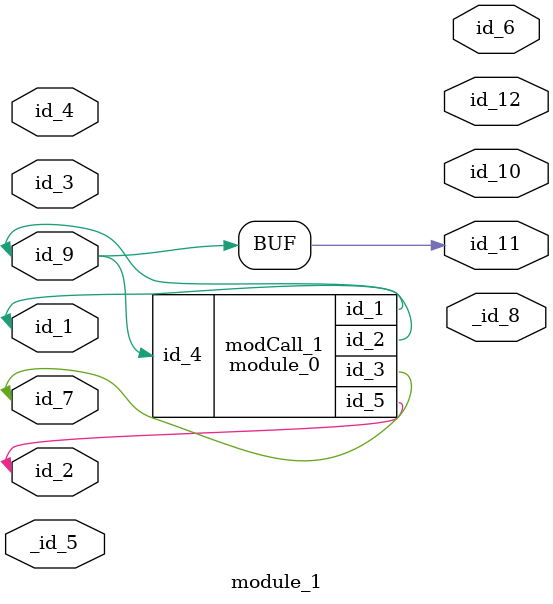
<source format=v>
module module_0 (
    id_1,
    id_2,
    id_3,
    id_4,
    id_5
);
  inout wire id_5;
  input wire id_4;
  inout wire id_3;
  inout wire id_2;
  output wire id_1;
  integer id_6;
endmodule
module module_1 #(
    parameter id_5 = 32'd81,
    parameter id_8 = 32'd16
) (
    id_1,
    id_2,
    id_3,
    id_4,
    _id_5,
    id_6,
    id_7,
    _id_8,
    id_9,
    id_10,
    id_11,
    id_12
);
  output wire id_12;
  output wire id_11;
  output wire id_10;
  input wire id_9;
  output wire _id_8;
  inout wire id_7;
  output wire id_6;
  module_0 modCall_1 (
      id_11,
      id_1,
      id_7,
      id_9,
      id_2
  );
  inout wire _id_5;
  input wire id_4;
  input wire id_3;
  inout wire id_2;
  inout wire id_1;
  wire id_13;
  wire id_14 [id_8 : id_5];
  assign id_11 = id_9;
endmodule

</source>
